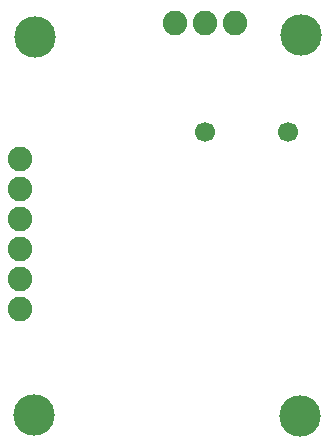
<source format=gbs>
%TF.GenerationSoftware,KiCad,Pcbnew,8.0.8*%
%TF.CreationDate,2025-02-23T18:34:37+05:30*%
%TF.ProjectId,my-template,6d792d74-656d-4706-9c61-74652e6b6963,rev?*%
%TF.SameCoordinates,Original*%
%TF.FileFunction,Soldermask,Bot*%
%TF.FilePolarity,Negative*%
%FSLAX46Y46*%
G04 Gerber Fmt 4.6, Leading zero omitted, Abs format (unit mm)*
G04 Created by KiCad (PCBNEW 8.0.8) date 2025-02-23 18:34:37*
%MOMM*%
%LPD*%
G01*
G04 APERTURE LIST*
%ADD10C,3.505200*%
%ADD11C,2.082800*%
%ADD12C,1.700000*%
G04 APERTURE END LIST*
D10*
%TO.C,H2*%
X155535100Y-78765000D03*
%TD*%
D11*
%TO.C,J3*%
X131765100Y-89215000D03*
X131765100Y-91755000D03*
X131765100Y-94295000D03*
X131765100Y-96835000D03*
X131765100Y-99375000D03*
X131765100Y-101915000D03*
%TD*%
D10*
%TO.C,H1*%
X133035100Y-78925000D03*
%TD*%
D12*
%TO.C,J2*%
X154415100Y-86925000D03*
X147415100Y-86925000D03*
%TD*%
D11*
%TO.C,J1*%
X144905100Y-77675000D03*
X147445100Y-77675000D03*
X149985100Y-77675000D03*
%TD*%
D10*
%TO.C,H3*%
X132965100Y-110915000D03*
%TD*%
%TO.C,H4*%
X155465100Y-110955000D03*
%TD*%
M02*

</source>
